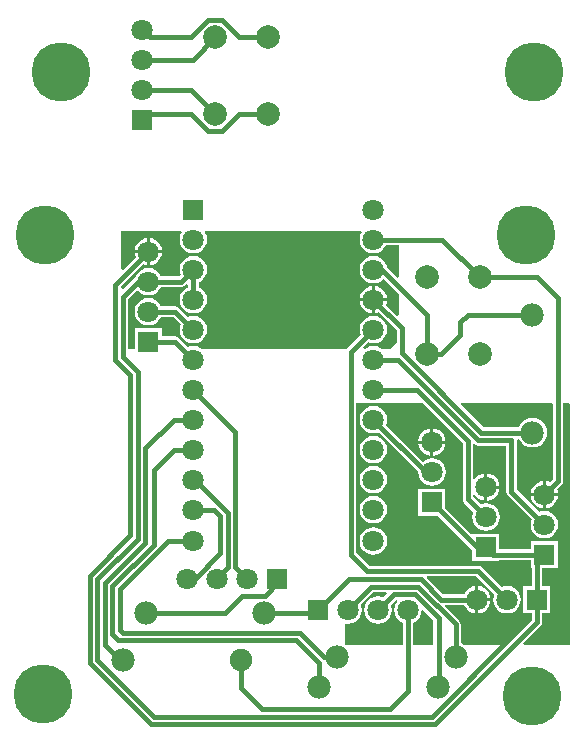
<source format=gbl>
G04 Layer_Physical_Order=2*
G04 Layer_Color=11436288*
%FSLAX23Y23*%
%MOIN*%
G70*
G01*
G75*
%ADD10C,0.015*%
%ADD12C,0.071*%
%ADD13R,0.071X0.071*%
%ADD14C,0.197*%
%ADD15C,0.075*%
%ADD16C,0.078*%
%ADD17R,0.071X0.071*%
%ADD18C,0.079*%
G36*
X4320Y4196D02*
X4320Y3395D01*
X4166Y3395D01*
X4164Y3400D01*
X4223Y3458D01*
X4226Y3464D01*
X4228Y3470D01*
X4228Y3470D01*
X4228Y3500D01*
X4255Y3500D01*
X4255Y3590D01*
X4228Y3590D01*
X4228Y3650D01*
X4280Y3650D01*
X4280Y3740D01*
X4190Y3740D01*
X4190Y3713D01*
X4085Y3713D01*
X4085Y3765D01*
X3995Y3765D01*
X3995Y3765D01*
X3995Y3765D01*
X3990Y3765D01*
X3905Y3850D01*
X3905Y3915D01*
X3815Y3915D01*
X3815Y3825D01*
X3880Y3825D01*
X3995Y3710D01*
X3995Y3675D01*
X4085Y3675D01*
X4085Y3677D01*
X4190Y3677D01*
X4190Y3650D01*
X4192Y3650D01*
X4192Y3590D01*
X4165Y3590D01*
X4165Y3500D01*
X4192Y3500D01*
X4192Y3478D01*
X4109Y3395D01*
X3967Y3395D01*
X3963Y3398D01*
X3957Y3401D01*
X3957Y3462D01*
X3955Y3468D01*
X3951Y3474D01*
X3951Y3474D01*
X3903Y3523D01*
X3905Y3527D01*
X3968Y3527D01*
X3970Y3522D01*
X3978Y3513D01*
X3987Y3505D01*
X3998Y3501D01*
X4005Y3500D01*
X4005Y3545D01*
X4005Y3590D01*
X3998Y3589D01*
X3987Y3585D01*
X3978Y3577D01*
X3970Y3568D01*
X3968Y3563D01*
X3898Y3563D01*
X3843Y3618D01*
X3845Y3622D01*
X4008Y3622D01*
X4068Y3562D01*
X4066Y3557D01*
X4064Y3545D01*
X4066Y3533D01*
X4070Y3522D01*
X4078Y3513D01*
X4087Y3505D01*
X4098Y3501D01*
X4110Y3499D01*
X4122Y3501D01*
X4133Y3505D01*
X4142Y3513D01*
X4150Y3522D01*
X4154Y3533D01*
X4156Y3545D01*
X4154Y3557D01*
X4150Y3568D01*
X4142Y3577D01*
X4133Y3585D01*
X4122Y3589D01*
X4110Y3591D01*
X4098Y3589D01*
X4093Y3587D01*
X4028Y3653D01*
X4022Y3656D01*
X4015Y3658D01*
X3652Y3658D01*
X3608Y3702D01*
X3608Y4200D01*
X3659Y4200D01*
X3665Y4199D01*
X3671Y4200D01*
X3830Y4200D01*
X3962Y4068D01*
X3962Y3880D01*
X3964Y3873D01*
X3967Y3867D01*
X3998Y3837D01*
X3996Y3832D01*
X3994Y3820D01*
X3996Y3808D01*
X4000Y3797D01*
X4008Y3788D01*
X4017Y3780D01*
X4028Y3776D01*
X4040Y3774D01*
X4052Y3776D01*
X4063Y3780D01*
X4072Y3788D01*
X4080Y3797D01*
X4084Y3808D01*
X4086Y3820D01*
X4084Y3832D01*
X4080Y3843D01*
X4072Y3852D01*
X4063Y3860D01*
X4052Y3864D01*
X4040Y3866D01*
X4028Y3864D01*
X4023Y3862D01*
X3998Y3887D01*
X3998Y3892D01*
X4003Y3894D01*
X4008Y3888D01*
X4017Y3880D01*
X4028Y3876D01*
X4035Y3875D01*
X4035Y3920D01*
X4035Y3965D01*
X4028Y3964D01*
X4017Y3960D01*
X4008Y3952D01*
X4003Y3946D01*
X3998Y3948D01*
X3998Y4062D01*
X3998Y4062D01*
X4003Y4063D01*
X4008Y4060D01*
X4015Y4058D01*
X4107Y4058D01*
X4107Y3905D01*
X4109Y3898D01*
X4112Y3892D01*
X4193Y3812D01*
X4191Y3807D01*
X4189Y3795D01*
X4191Y3783D01*
X4195Y3772D01*
X4203Y3763D01*
X4212Y3755D01*
X4223Y3751D01*
X4235Y3749D01*
X4247Y3751D01*
X4258Y3755D01*
X4267Y3763D01*
X4275Y3772D01*
X4279Y3783D01*
X4281Y3795D01*
X4279Y3807D01*
X4275Y3818D01*
X4267Y3827D01*
X4258Y3835D01*
X4247Y3839D01*
X4235Y3841D01*
X4223Y3839D01*
X4218Y3837D01*
X4143Y3912D01*
X4143Y4076D01*
X4143Y4077D01*
X4146Y4081D01*
X4151Y4081D01*
X4152Y4077D01*
X4160Y4066D01*
X4170Y4058D01*
X4182Y4054D01*
X4195Y4052D01*
X4208Y4054D01*
X4220Y4058D01*
X4230Y4066D01*
X4238Y4077D01*
X4243Y4089D01*
X4244Y4101D01*
X4243Y4114D01*
X4238Y4126D01*
X4230Y4136D01*
X4220Y4144D01*
X4208Y4149D01*
X4195Y4151D01*
X4182Y4149D01*
X4170Y4144D01*
X4160Y4136D01*
X4152Y4126D01*
X4149Y4119D01*
X4033Y4119D01*
X3956Y4195D01*
X3958Y4200D01*
X4259Y4200D01*
X4262Y4196D01*
X4262Y3947D01*
X4252Y3937D01*
X4247Y3939D01*
X4240Y3940D01*
X4240Y3900D01*
X4280Y3900D01*
X4279Y3907D01*
X4277Y3912D01*
X4293Y3927D01*
X4296Y3933D01*
X4298Y3940D01*
X4298Y4200D01*
X4316Y4200D01*
X4320Y4196D01*
X4320Y4196D02*
G37*
G36*
X3710Y3565D02*
X3697Y3552D01*
X3692Y3554D01*
X3680Y3556D01*
X3668Y3554D01*
X3657Y3550D01*
X3648Y3542D01*
X3640Y3533D01*
X3636Y3522D01*
X3634Y3510D01*
X3636Y3498D01*
X3640Y3487D01*
X3648Y3478D01*
X3657Y3470D01*
X3668Y3466D01*
X3680Y3464D01*
X3692Y3466D01*
X3703Y3470D01*
X3712Y3478D01*
X3720Y3487D01*
X3724Y3498D01*
X3726Y3510D01*
X3724Y3522D01*
X3722Y3527D01*
X3739Y3544D01*
X3742Y3543D01*
X3744Y3538D01*
X3740Y3533D01*
X3736Y3522D01*
X3734Y3510D01*
X3736Y3498D01*
X3740Y3487D01*
X3748Y3478D01*
X3757Y3470D01*
X3762Y3468D01*
X3762Y3395D01*
X3573Y3395D01*
X3570Y3398D01*
X3570Y3462D01*
X3574Y3465D01*
X3580Y3464D01*
X3592Y3466D01*
X3603Y3470D01*
X3612Y3478D01*
X3620Y3487D01*
X3624Y3498D01*
X3626Y3510D01*
X3624Y3522D01*
X3622Y3527D01*
X3665Y3570D01*
X3708Y3570D01*
X3710Y3565D01*
X3710Y3565D02*
G37*
G36*
X3864Y3475D02*
X3864Y3395D01*
X3798Y3395D01*
X3798Y3468D01*
X3803Y3470D01*
X3812Y3478D01*
X3820Y3487D01*
X3824Y3498D01*
X3825Y3507D01*
X3831Y3509D01*
X3864Y3475D01*
X3864Y3475D02*
G37*
G36*
X3627Y4771D02*
X3625Y4768D01*
X3621Y4757D01*
X3619Y4745D01*
X3621Y4733D01*
X3625Y4722D01*
X3633Y4713D01*
X3642Y4705D01*
X3653Y4701D01*
X3665Y4699D01*
X3677Y4701D01*
X3688Y4705D01*
X3697Y4713D01*
X3705Y4722D01*
X3707Y4727D01*
X3750Y4727D01*
X3750Y4620D01*
X3745Y4618D01*
X3710Y4653D01*
X3709Y4657D01*
X3705Y4668D01*
X3697Y4677D01*
X3688Y4685D01*
X3677Y4689D01*
X3665Y4691D01*
X3653Y4689D01*
X3642Y4685D01*
X3633Y4677D01*
X3625Y4668D01*
X3621Y4657D01*
X3619Y4645D01*
X3621Y4633D01*
X3625Y4622D01*
X3633Y4613D01*
X3642Y4605D01*
X3653Y4601D01*
X3665Y4599D01*
X3677Y4601D01*
X3688Y4605D01*
X3697Y4613D01*
X3700Y4613D01*
X3750Y4563D01*
X3750Y4492D01*
X3745Y4490D01*
X3707Y4528D01*
X3709Y4533D01*
X3710Y4540D01*
X3670Y4540D01*
X3670Y4500D01*
X3677Y4501D01*
X3682Y4503D01*
X3742Y4443D01*
X3742Y4402D01*
X3720Y4380D01*
X3694Y4380D01*
X3688Y4385D01*
X3677Y4389D01*
X3665Y4391D01*
X3653Y4389D01*
X3642Y4385D01*
X3636Y4380D01*
X3633Y4381D01*
X3631Y4386D01*
X3648Y4403D01*
X3653Y4401D01*
X3665Y4399D01*
X3677Y4401D01*
X3688Y4405D01*
X3697Y4413D01*
X3705Y4422D01*
X3709Y4433D01*
X3711Y4445D01*
X3709Y4457D01*
X3705Y4468D01*
X3697Y4477D01*
X3688Y4485D01*
X3677Y4489D01*
X3665Y4491D01*
X3653Y4489D01*
X3642Y4485D01*
X3633Y4477D01*
X3625Y4468D01*
X3621Y4457D01*
X3619Y4445D01*
X3621Y4433D01*
X3623Y4428D01*
X3577Y4383D01*
X3576Y4380D01*
X3094Y4380D01*
X3088Y4385D01*
X3077Y4389D01*
X3065Y4391D01*
X3053Y4389D01*
X3048Y4387D01*
X3018Y4418D01*
X3012Y4421D01*
X3005Y4423D01*
X2960Y4423D01*
X2960Y4450D01*
X2870Y4450D01*
X2870Y4380D01*
X2848Y4380D01*
X2848Y4548D01*
X2876Y4575D01*
X2881Y4575D01*
X2883Y4573D01*
X2892Y4565D01*
X2903Y4561D01*
X2915Y4559D01*
X2927Y4561D01*
X2938Y4565D01*
X2947Y4573D01*
X2955Y4582D01*
X2957Y4587D01*
X3025Y4587D01*
X3032Y4589D01*
X3038Y4592D01*
X3043Y4597D01*
X3047Y4595D01*
X3047Y4587D01*
X3042Y4585D01*
X3033Y4577D01*
X3025Y4568D01*
X3021Y4557D01*
X3019Y4545D01*
X3021Y4533D01*
X3025Y4522D01*
X3033Y4513D01*
X3042Y4505D01*
X3053Y4501D01*
X3065Y4499D01*
X3077Y4501D01*
X3088Y4505D01*
X3097Y4513D01*
X3105Y4522D01*
X3109Y4533D01*
X3111Y4545D01*
X3109Y4557D01*
X3105Y4568D01*
X3097Y4577D01*
X3088Y4585D01*
X3083Y4587D01*
X3083Y4603D01*
X3088Y4605D01*
X3097Y4613D01*
X3105Y4622D01*
X3109Y4633D01*
X3111Y4645D01*
X3109Y4657D01*
X3105Y4668D01*
X3097Y4677D01*
X3088Y4685D01*
X3077Y4689D01*
X3065Y4691D01*
X3053Y4689D01*
X3042Y4685D01*
X3033Y4677D01*
X3025Y4668D01*
X3021Y4657D01*
X3019Y4645D01*
X3021Y4633D01*
X3023Y4628D01*
X3018Y4623D01*
X2957Y4623D01*
X2955Y4628D01*
X2947Y4637D01*
X2938Y4645D01*
X2927Y4649D01*
X2915Y4651D01*
X2903Y4649D01*
X2892Y4645D01*
X2883Y4637D01*
X2875Y4628D01*
X2872Y4621D01*
X2870Y4620D01*
X2867Y4618D01*
X2867Y4618D01*
X2830Y4580D01*
X2825Y4582D01*
X2825Y4590D01*
X2898Y4663D01*
X2903Y4661D01*
X2910Y4660D01*
X2910Y4700D01*
X2870Y4700D01*
X2871Y4693D01*
X2873Y4688D01*
X2830Y4645D01*
X2825Y4647D01*
X2825Y4775D01*
X3025Y4775D01*
X3027Y4771D01*
X3025Y4768D01*
X3021Y4757D01*
X3019Y4745D01*
X3021Y4733D01*
X3025Y4722D01*
X3033Y4713D01*
X3042Y4705D01*
X3053Y4701D01*
X3065Y4699D01*
X3077Y4701D01*
X3088Y4705D01*
X3097Y4713D01*
X3105Y4722D01*
X3109Y4733D01*
X3111Y4745D01*
X3109Y4757D01*
X3105Y4768D01*
X3103Y4771D01*
X3105Y4775D01*
X3625Y4775D01*
X3627Y4771D01*
X3627Y4771D02*
G37*
%LPC*%
G36*
X4280Y3890D02*
X4240Y3890D01*
X4240Y3850D01*
X4247Y3851D01*
X4258Y3855D01*
X4267Y3863D01*
X4275Y3872D01*
X4279Y3883D01*
X4280Y3890D01*
X4280Y3890D02*
G37*
G36*
X4230Y3890D02*
X4190Y3890D01*
X4191Y3883D01*
X4195Y3872D01*
X4203Y3863D01*
X4212Y3855D01*
X4223Y3851D01*
X4230Y3850D01*
X4230Y3890D01*
X4230Y3890D02*
G37*
G36*
X4085Y3915D02*
X4045Y3915D01*
X4045Y3875D01*
X4052Y3876D01*
X4063Y3880D01*
X4072Y3888D01*
X4080Y3897D01*
X4084Y3908D01*
X4085Y3915D01*
X4085Y3915D02*
G37*
G36*
X4230Y3940D02*
X4223Y3939D01*
X4212Y3935D01*
X4203Y3927D01*
X4195Y3918D01*
X4191Y3907D01*
X4190Y3900D01*
X4230Y3900D01*
X4230Y3940D01*
X4230Y3940D02*
G37*
G36*
X3665Y3991D02*
X3653Y3989D01*
X3642Y3985D01*
X3633Y3977D01*
X3625Y3968D01*
X3621Y3957D01*
X3619Y3945D01*
X3621Y3933D01*
X3625Y3922D01*
X3633Y3913D01*
X3642Y3905D01*
X3653Y3901D01*
X3665Y3899D01*
X3677Y3901D01*
X3688Y3905D01*
X3697Y3913D01*
X3705Y3922D01*
X3709Y3933D01*
X3711Y3945D01*
X3709Y3957D01*
X3705Y3968D01*
X3697Y3977D01*
X3688Y3985D01*
X3677Y3989D01*
X3665Y3991D01*
X3665Y3991D02*
G37*
G36*
X4015Y3590D02*
X4015Y3550D01*
X4055Y3550D01*
X4054Y3557D01*
X4050Y3568D01*
X4042Y3577D01*
X4033Y3585D01*
X4022Y3589D01*
X4015Y3590D01*
X4015Y3590D02*
G37*
G36*
X4055Y3540D02*
X4015Y3540D01*
X4015Y3500D01*
X4022Y3501D01*
X4033Y3505D01*
X4042Y3513D01*
X4050Y3522D01*
X4054Y3533D01*
X4055Y3540D01*
X4055Y3540D02*
G37*
G36*
X2920Y4750D02*
X2920Y4710D01*
X2960Y4710D01*
X2959Y4717D01*
X2955Y4728D01*
X2947Y4737D01*
X2938Y4745D01*
X2927Y4749D01*
X2920Y4750D01*
X2920Y4750D02*
G37*
G36*
X3665Y3891D02*
X3653Y3889D01*
X3642Y3885D01*
X3633Y3877D01*
X3625Y3868D01*
X3621Y3857D01*
X3619Y3845D01*
X3621Y3833D01*
X3625Y3822D01*
X3633Y3813D01*
X3642Y3805D01*
X3653Y3801D01*
X3665Y3799D01*
X3677Y3801D01*
X3688Y3805D01*
X3697Y3813D01*
X3705Y3822D01*
X3709Y3833D01*
X3711Y3845D01*
X3709Y3857D01*
X3705Y3868D01*
X3697Y3877D01*
X3688Y3885D01*
X3677Y3889D01*
X3665Y3891D01*
X3665Y3891D02*
G37*
G36*
X3665Y3786D02*
X3653Y3784D01*
X3642Y3780D01*
X3633Y3772D01*
X3625Y3763D01*
X3621Y3752D01*
X3619Y3740D01*
X3621Y3728D01*
X3625Y3717D01*
X3633Y3708D01*
X3642Y3700D01*
X3653Y3696D01*
X3665Y3694D01*
X3677Y3696D01*
X3688Y3700D01*
X3697Y3708D01*
X3705Y3717D01*
X3709Y3728D01*
X3711Y3740D01*
X3709Y3752D01*
X3705Y3763D01*
X3697Y3772D01*
X3688Y3780D01*
X3677Y3784D01*
X3665Y3786D01*
X3665Y3786D02*
G37*
G36*
X2910Y4750D02*
X2903Y4749D01*
X2892Y4745D01*
X2883Y4737D01*
X2875Y4728D01*
X2871Y4717D01*
X2870Y4710D01*
X2910Y4710D01*
X2910Y4750D01*
X2910Y4750D02*
G37*
G36*
X3665Y4191D02*
X3653Y4189D01*
X3642Y4185D01*
X3633Y4177D01*
X3625Y4168D01*
X3621Y4157D01*
X3619Y4145D01*
X3621Y4133D01*
X3625Y4122D01*
X3633Y4113D01*
X3642Y4105D01*
X3653Y4101D01*
X3665Y4099D01*
X3677Y4101D01*
X3682Y4103D01*
X3814Y3971D01*
X3814Y3970D01*
X3816Y3958D01*
X3820Y3947D01*
X3828Y3938D01*
X3837Y3930D01*
X3848Y3926D01*
X3860Y3924D01*
X3872Y3926D01*
X3883Y3930D01*
X3892Y3938D01*
X3900Y3947D01*
X3904Y3958D01*
X3906Y3970D01*
X3904Y3982D01*
X3900Y3993D01*
X3892Y4002D01*
X3883Y4010D01*
X3872Y4014D01*
X3860Y4016D01*
X3848Y4014D01*
X3837Y4010D01*
X3831Y4005D01*
X3707Y4128D01*
X3709Y4133D01*
X3711Y4145D01*
X3709Y4157D01*
X3705Y4168D01*
X3697Y4177D01*
X3688Y4185D01*
X3677Y4189D01*
X3665Y4191D01*
X3665Y4191D02*
G37*
G36*
X3660Y4540D02*
X3620Y4540D01*
X3621Y4533D01*
X3625Y4522D01*
X3633Y4513D01*
X3642Y4505D01*
X3653Y4501D01*
X3660Y4500D01*
X3660Y4540D01*
X3660Y4540D02*
G37*
G36*
X2915Y4551D02*
X2903Y4549D01*
X2892Y4545D01*
X2883Y4537D01*
X2875Y4528D01*
X2871Y4517D01*
X2869Y4505D01*
X2871Y4493D01*
X2875Y4482D01*
X2883Y4473D01*
X2892Y4465D01*
X2903Y4461D01*
X2915Y4459D01*
X2927Y4461D01*
X2938Y4465D01*
X2947Y4473D01*
X2955Y4482D01*
X2957Y4487D01*
X2998Y4487D01*
X3023Y4462D01*
X3021Y4457D01*
X3019Y4445D01*
X3021Y4433D01*
X3025Y4422D01*
X3033Y4413D01*
X3042Y4405D01*
X3053Y4401D01*
X3065Y4399D01*
X3077Y4401D01*
X3088Y4405D01*
X3097Y4413D01*
X3105Y4422D01*
X3109Y4433D01*
X3111Y4445D01*
X3109Y4457D01*
X3105Y4468D01*
X3097Y4477D01*
X3088Y4485D01*
X3077Y4489D01*
X3065Y4491D01*
X3053Y4489D01*
X3048Y4487D01*
X3018Y4518D01*
X3012Y4521D01*
X3005Y4523D01*
X2957Y4523D01*
X2955Y4528D01*
X2947Y4537D01*
X2938Y4545D01*
X2927Y4549D01*
X2915Y4551D01*
X2915Y4551D02*
G37*
G36*
X3660Y4590D02*
X3653Y4589D01*
X3642Y4585D01*
X3633Y4577D01*
X3625Y4568D01*
X3621Y4557D01*
X3620Y4550D01*
X3660Y4550D01*
X3660Y4590D01*
X3660Y4590D02*
G37*
G36*
X2960Y4700D02*
X2920Y4700D01*
X2920Y4660D01*
X2927Y4661D01*
X2938Y4665D01*
X2947Y4673D01*
X2955Y4682D01*
X2959Y4693D01*
X2960Y4700D01*
X2960Y4700D02*
G37*
G36*
X3670Y4590D02*
X3670Y4550D01*
X3710Y4550D01*
X3709Y4557D01*
X3705Y4568D01*
X3697Y4577D01*
X3688Y4585D01*
X3677Y4589D01*
X3670Y4590D01*
X3670Y4590D02*
G37*
G36*
X3865Y4115D02*
X3865Y4075D01*
X3905Y4075D01*
X3904Y4082D01*
X3900Y4093D01*
X3892Y4102D01*
X3883Y4110D01*
X3872Y4114D01*
X3865Y4115D01*
X3865Y4115D02*
G37*
G36*
X3665Y4091D02*
X3653Y4089D01*
X3642Y4085D01*
X3633Y4077D01*
X3625Y4068D01*
X3621Y4057D01*
X3619Y4045D01*
X3621Y4033D01*
X3625Y4022D01*
X3633Y4013D01*
X3642Y4005D01*
X3653Y4001D01*
X3665Y3999D01*
X3677Y4001D01*
X3688Y4005D01*
X3697Y4013D01*
X3705Y4022D01*
X3709Y4033D01*
X3711Y4045D01*
X3709Y4057D01*
X3705Y4068D01*
X3697Y4077D01*
X3688Y4085D01*
X3677Y4089D01*
X3665Y4091D01*
X3665Y4091D02*
G37*
G36*
X4045Y3965D02*
X4045Y3925D01*
X4085Y3925D01*
X4084Y3932D01*
X4080Y3943D01*
X4072Y3952D01*
X4063Y3960D01*
X4052Y3964D01*
X4045Y3965D01*
X4045Y3965D02*
G37*
G36*
X3855Y4065D02*
X3815Y4065D01*
X3816Y4058D01*
X3820Y4047D01*
X3828Y4038D01*
X3837Y4030D01*
X3848Y4026D01*
X3855Y4025D01*
X3855Y4065D01*
X3855Y4065D02*
G37*
G36*
X3855Y4115D02*
X3848Y4114D01*
X3837Y4110D01*
X3828Y4102D01*
X3820Y4093D01*
X3816Y4082D01*
X3815Y4075D01*
X3855Y4075D01*
X3855Y4115D01*
X3855Y4115D02*
G37*
G36*
X3905Y4065D02*
X3865Y4065D01*
X3865Y4025D01*
X3872Y4026D01*
X3883Y4030D01*
X3892Y4038D01*
X3900Y4047D01*
X3904Y4058D01*
X3905Y4065D01*
X3905Y4065D02*
G37*
%LPD*%
D10*
X3155Y3700D02*
X3155Y3825D01*
X3070Y3615D02*
X3155Y3700D01*
X3045Y3615D02*
X3070Y3615D01*
X3145Y3620D02*
X3180Y3655D01*
X3145Y3615D02*
X3145Y3620D01*
X3180Y3655D02*
X3180Y3835D01*
X3980Y4495D02*
X4195Y4495D01*
X3955Y4470D02*
X3980Y4495D01*
X3955Y4428D02*
X3955Y4470D01*
X3891Y4364D02*
X3955Y4428D01*
X3843Y4364D02*
X3891Y4364D01*
X3665Y4545D02*
X3760Y4450D01*
X3760Y4367D02*
X3760Y4450D01*
X3760Y4367D02*
X4025Y4101D01*
X2981Y3740D02*
X3065Y3740D01*
X3500Y3355D02*
X3545Y3355D01*
X2805Y4595D02*
X2915Y4705D01*
X2805Y4345D02*
X2805Y4595D01*
X4235Y3895D02*
X4280Y3940D01*
X4280Y4550D01*
X4210Y4620D02*
X4280Y4550D01*
X4020Y4620D02*
X4210Y4620D01*
X3005Y4405D02*
X3065Y4345D01*
X2915Y4405D02*
X3005Y4405D01*
X3005Y4505D02*
X3065Y4445D01*
X2915Y4505D02*
X3005Y4505D01*
X4015Y4076D02*
X4125Y4076D01*
X4125Y3905D02*
X4125Y4076D01*
X4125Y3905D02*
X4235Y3795D01*
X3590Y4370D02*
X3665Y4445D01*
X3665Y4145D02*
X3840Y3970D01*
X3860Y3970D01*
X3860Y3870D02*
X4010Y3720D01*
X4040Y3720D01*
X4065Y3695D01*
X4235Y3695D01*
X3665Y4745D02*
X3895Y4745D01*
X4020Y4620D01*
X3882Y3255D02*
X3882Y3483D01*
X3780Y3240D02*
X3780Y3510D01*
X3000Y4045D02*
X3065Y4045D01*
X2933Y3977D02*
X3000Y4045D01*
X2933Y3727D02*
X2933Y3977D01*
X4025Y4101D02*
X4195Y4101D01*
X3063Y5345D02*
X3138Y5420D01*
X2895Y5345D02*
X3063Y5345D01*
X2895Y5445D02*
X2920Y5420D01*
X3114Y5477D02*
X3161Y5477D01*
X2920Y5420D02*
X3057Y5420D01*
X3218Y5420D02*
X3315Y5420D01*
X3161Y5477D02*
X3218Y5420D01*
X3057Y5420D02*
X3114Y5477D01*
X2895Y5145D02*
X2914Y5164D01*
X3114Y5107D02*
X3161Y5107D01*
X2914Y5164D02*
X3057Y5164D01*
X3218Y5164D02*
X3315Y5164D01*
X3161Y5107D02*
X3218Y5164D01*
X3057Y5164D02*
X3114Y5107D01*
X3057Y5245D02*
X3138Y5164D01*
X2895Y5245D02*
X3057Y5245D01*
X2805Y4345D02*
X2855Y4295D01*
X2855Y3760D02*
X2855Y4295D01*
X3891Y3545D02*
X4010Y3545D01*
X2880Y3748D02*
X2880Y4305D01*
X2830Y4355D02*
X2880Y4305D01*
X2830Y4355D02*
X2830Y4555D01*
X2880Y4605D01*
X2915Y4605D01*
X3025Y4605D02*
X3065Y4645D01*
X3065Y4545D02*
X3065Y4645D01*
X3205Y3655D02*
X3245Y3615D01*
X2906Y3500D02*
X3170Y3500D01*
X3227Y3556D01*
X3302Y3556D01*
X3345Y3600D01*
X3345Y3615D01*
X3300Y3500D02*
X3470Y3500D01*
X3720Y3180D02*
X3780Y3240D01*
X2925Y3130D02*
X3870Y3130D01*
X2935Y3155D02*
X3859Y3155D01*
X4210Y3545D02*
X4210Y3670D01*
X2915Y4605D02*
X3025Y4605D01*
X3480Y3495D02*
X3480Y3510D01*
X3680Y3510D02*
X3733Y3563D01*
X3802Y3563D01*
X3882Y3483D01*
X3480Y3510D02*
X3583Y3613D01*
X3823Y3613D01*
X3891Y3545D01*
X4015Y3640D02*
X4110Y3545D01*
X3665Y4245D02*
X3810Y4245D01*
X3980Y3880D02*
X4040Y3820D01*
X3980Y3880D02*
X3980Y4075D01*
X3810Y4245D02*
X3980Y4075D01*
X3295Y3180D02*
X3720Y3180D01*
X3224Y3251D02*
X3295Y3180D01*
X3224Y3251D02*
X3224Y3345D01*
X2905Y3735D02*
X2905Y4050D01*
X3000Y4145D01*
X3065Y4145D01*
X3420Y3435D02*
X3500Y3355D01*
X3580Y3510D02*
X3658Y3588D01*
X3812Y3588D01*
X3065Y4245D02*
X3205Y4105D01*
X3205Y3655D02*
X3205Y4105D01*
X3065Y3945D02*
X3070Y3945D01*
X3180Y3835D01*
X3065Y3845D02*
X3135Y3845D01*
X3155Y3825D01*
X3870Y3130D02*
X4210Y3470D01*
X4210Y3545D01*
X3665Y4645D02*
X3693Y4645D01*
X3843Y4495D01*
X3843Y4364D02*
X3843Y4495D01*
X3665Y4345D02*
X3746Y4345D01*
X4015Y4076D01*
X3645Y3640D02*
X4015Y3640D01*
X3590Y3695D02*
X3645Y3640D01*
X3590Y3695D02*
X3590Y4370D01*
X2820Y3345D02*
X2830Y3345D01*
X3485Y3255D02*
X3485Y3333D01*
X3408Y3410D02*
X3485Y3333D01*
X3939Y3355D02*
X3939Y3462D01*
X3812Y3588D02*
X3939Y3462D01*
X2815Y3410D02*
X3408Y3410D01*
X2830Y3435D02*
X3420Y3435D01*
X2820Y3445D02*
X2830Y3435D01*
X2820Y3445D02*
X2820Y3579D01*
X2981Y3740D01*
X2795Y3430D02*
X2815Y3410D01*
X2795Y3430D02*
X2795Y3590D01*
X2933Y3727D01*
X2770Y3395D02*
X2820Y3345D01*
X2770Y3395D02*
X2770Y3600D01*
X2905Y3735D01*
X2745Y3613D02*
X2880Y3748D01*
X2745Y3345D02*
X2745Y3613D01*
X2745Y3345D02*
X2935Y3155D01*
X2720Y3335D02*
X2925Y3130D01*
X2720Y3335D02*
X2720Y3625D01*
X2855Y3760D01*
X3859Y3155D02*
X4125Y3420D01*
D12*
X2895Y5445D02*
D03*
X2895Y5245D02*
D03*
X2895Y5345D02*
D03*
X3665Y4845D02*
D03*
X3665Y3740D02*
D03*
X3665Y3845D02*
D03*
X3665Y3945D02*
D03*
X3665Y4045D02*
D03*
X3665Y4145D02*
D03*
X3665Y4245D02*
D03*
X3665Y4745D02*
D03*
X3665Y4645D02*
D03*
X3665Y4545D02*
D03*
X3665Y4445D02*
D03*
X3665Y4345D02*
D03*
X3065Y4345D02*
D03*
X3065Y4445D02*
D03*
X3065Y4545D02*
D03*
X3065Y4645D02*
D03*
X3065Y4745D02*
D03*
X3065Y4245D02*
D03*
X3065Y4145D02*
D03*
X3065Y4045D02*
D03*
X3065Y3945D02*
D03*
X3065Y3845D02*
D03*
X3065Y3740D02*
D03*
X4235Y3895D02*
D03*
X4235Y3795D02*
D03*
X4040Y3920D02*
D03*
X4040Y3820D02*
D03*
X3860Y4070D02*
D03*
X3860Y3970D02*
D03*
X2915Y4605D02*
D03*
X2915Y4505D02*
D03*
X2915Y4705D02*
D03*
X3680Y3510D02*
D03*
X3580Y3510D02*
D03*
X3780Y3510D02*
D03*
X3145Y3615D02*
D03*
X3245Y3615D02*
D03*
X3045Y3615D02*
D03*
X4010Y3545D02*
D03*
X4110Y3545D02*
D03*
D13*
X2895Y5145D02*
D03*
X3065Y4845D02*
D03*
X4235Y3695D02*
D03*
X4040Y3720D02*
D03*
X3860Y3870D02*
D03*
X2915Y4405D02*
D03*
D14*
X4200Y5305D02*
D03*
X2625Y5305D02*
D03*
X4175Y4760D02*
D03*
X4195Y3225D02*
D03*
X2565Y3230D02*
D03*
X2570Y4760D02*
D03*
D15*
X3224Y3345D02*
D03*
D16*
X2830Y3345D02*
D03*
X4195Y4101D02*
D03*
X4195Y4495D02*
D03*
X2906Y3500D02*
D03*
X3300Y3500D02*
D03*
X3545Y3355D02*
D03*
X3939Y3355D02*
D03*
X3485Y3255D02*
D03*
X3879Y3255D02*
D03*
D17*
X3480Y3510D02*
D03*
X3345Y3615D02*
D03*
X4210Y3545D02*
D03*
D18*
X3315Y5420D02*
D03*
X3315Y5164D02*
D03*
X3138Y5420D02*
D03*
X3138Y5164D02*
D03*
X4020Y4620D02*
D03*
X4020Y4364D02*
D03*
X3843Y4620D02*
D03*
X3843Y4364D02*
D03*
M02*

</source>
